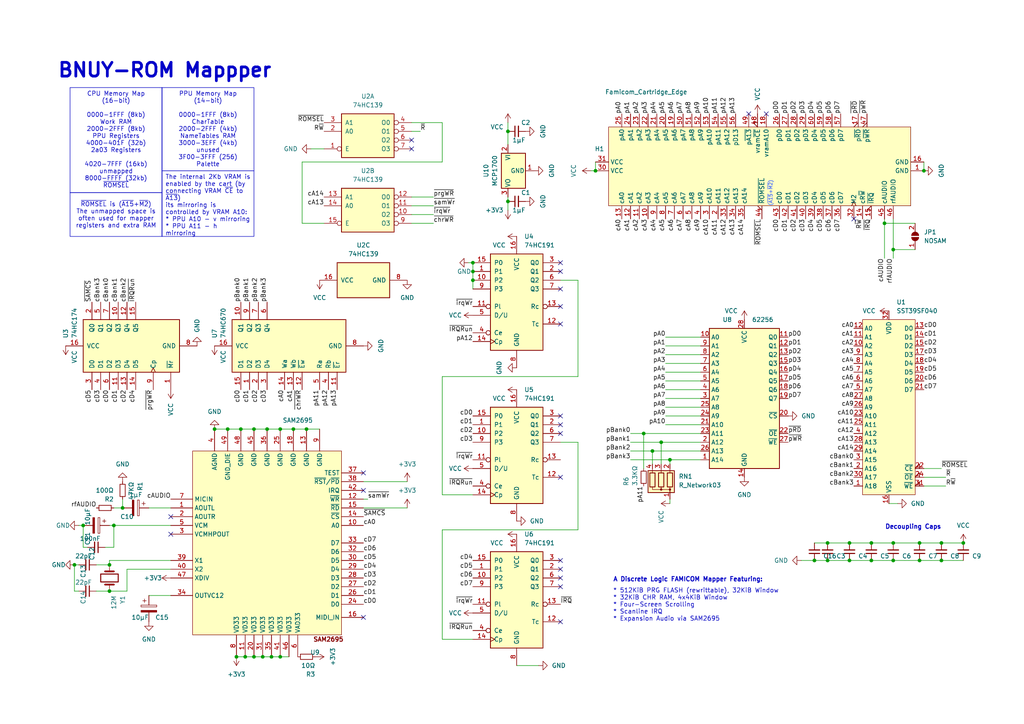
<source format=kicad_sch>
(kicad_sch (version 20230121) (generator eeschema)
  (paper "A4")
  (title_block (title "BNUY-ROM Board") (date "2024-03-04") (rev "v0a"))
  (junction (at 273.05 157.48))
  (junction (at 31.75 163.83))
  (junction (at 259.08 157.48))
  (junction (at 76.2 190.5))
  (junction (at 137.16 78.74))
  (junction (at 35.56 147.32))
  (junction (at 259.08 72.39))
  (junction (at 273.05 162.56))
  (junction (at 267.97 49.53))
  (junction (at 279.4 157.48))
  (junction (at 240.03 162.56))
  (junction (at 189.23 130.81))
  (junction (at 137.16 81.28))
  (junction (at 172.72 49.53))
  (junction (at 81.28 124.46))
  (junction (at 68.58 190.5))
  (junction (at 236.22 162.56))
  (junction (at 71.12 190.5))
  (junction (at 194.31 133.35))
  (junction (at 256.54 64.77))
  (junction (at 21.59 163.83))
  (junction (at 246.38 157.48))
  (junction (at 69.85 124.46))
  (junction (at 81.28 190.5))
  (junction (at 147.32 38.1))
  (junction (at 24.13 152.4))
  (junction (at 73.66 124.46))
  (junction (at 147.32 58.42))
  (junction (at 252.73 157.48))
  (junction (at 240.03 157.48))
  (junction (at 191.77 128.27))
  (junction (at 78.74 190.5))
  (junction (at 246.38 162.56))
  (junction (at 33.02 152.4))
  (junction (at 186.69 125.73))
  (junction (at 252.73 162.56))
  (junction (at 259.08 162.56))
  (junction (at 62.23 124.46))
  (junction (at 85.09 124.46))
  (junction (at 266.7 162.56))
  (junction (at 66.04 124.46))
  (junction (at 88.9 124.46))
  (junction (at 31.75 171.45))
  (junction (at 266.7 157.48))
  (junction (at 73.66 190.5))
  (junction (at 77.47 124.46))
  (junction (at 137.16 76.2))
  (no_connect (at 162.56 162.56))
  (no_connect (at 247.65 63.5))
  (no_connect (at 162.56 88.9))
  (no_connect (at 162.56 78.74))
  (no_connect (at 217.17 33.02))
  (no_connect (at 49.53 154.94))
  (no_connect (at 105.41 137.16))
  (no_connect (at 162.56 93.98))
  (no_connect (at 162.56 167.64))
  (no_connect (at 162.56 125.73))
  (no_connect (at 162.56 83.82))
  (no_connect (at 49.53 149.86))
  (no_connect (at 119.38 40.64))
  (no_connect (at 162.56 76.2))
  (no_connect (at 162.56 123.19))
  (no_connect (at 162.56 138.43))
  (no_connect (at 105.41 142.24))
  (no_connect (at 162.56 120.65))
  (no_connect (at 222.25 33.02))
  (no_connect (at 105.41 179.07))
  (no_connect (at 162.56 170.18))
  (no_connect (at 162.56 180.34))
  (no_connect (at 162.56 165.1))
  (no_connect (at 119.38 43.18))
  (wire (pts (xy 260.35 146.05) (xy 257.81 146.05)))
  (wire (pts (xy 259.08 72.39) (xy 265.43 72.39)))
  (wire (pts (xy 137.16 76.2) (xy 137.16 78.74)))
  (wire (pts (xy 73.66 190.5) (xy 76.2 190.5)))
  (wire (pts (xy 191.77 128.27) (xy 203.2 128.27)))
  (wire (pts (xy 182.88 125.73) (xy 186.69 125.73)))
  (wire (pts (xy 33.02 147.32) (xy 35.56 147.32)))
  (wire (pts (xy 194.31 133.35) (xy 194.31 134.62)))
  (wire (pts (xy 191.77 128.27) (xy 191.77 134.62)))
  (wire (pts (xy 118.11 139.7) (xy 105.41 139.7)))
  (wire (pts (xy 236.22 162.56) (xy 240.03 162.56)))
  (wire (pts (xy 69.85 124.46) (xy 73.66 124.46)))
  (wire (pts (xy 147.32 58.42) (xy 147.32 57.15)))
  (wire (pts (xy 162.56 128.27) (xy 167.64 128.27)))
  (wire (pts (xy 171.45 49.53) (xy 172.72 49.53)))
  (wire (pts (xy 125.73 57.15) (xy 119.38 57.15)))
  (wire (pts (xy 182.88 128.27) (xy 191.77 128.27)))
  (wire (pts (xy 273.05 135.89) (xy 267.97 135.89)))
  (wire (pts (xy 27.94 171.45) (xy 31.75 171.45)))
  (wire (pts (xy 252.73 162.56) (xy 259.08 162.56)))
  (wire (pts (xy 167.64 109.22) (xy 167.64 81.28)))
  (wire (pts (xy 193.04 113.03) (xy 203.2 113.03)))
  (wire (pts (xy 22.86 152.4) (xy 24.13 152.4)))
  (wire (pts (xy 167.64 81.28) (xy 162.56 81.28)))
  (wire (pts (xy 236.22 157.48) (xy 240.03 157.48)))
  (wire (pts (xy 273.05 162.56) (xy 279.4 162.56)))
  (wire (pts (xy 193.04 97.79) (xy 203.2 97.79)))
  (wire (pts (xy 259.08 157.48) (xy 266.7 157.48)))
  (wire (pts (xy 21.59 171.45) (xy 22.86 171.45)))
  (wire (pts (xy 246.38 157.48) (xy 252.73 157.48)))
  (wire (pts (xy 147.32 60.96) (xy 147.32 58.42)))
  (wire (pts (xy 267.97 140.97) (xy 274.32 140.97)))
  (wire (pts (xy 31.75 152.4) (xy 33.02 152.4)))
  (wire (pts (xy 128.27 35.56) (xy 119.38 35.56)))
  (wire (pts (xy 25.4 158.75) (xy 24.13 158.75)))
  (wire (pts (xy 194.31 133.35) (xy 203.2 133.35)))
  (wire (pts (xy 128.27 153.67) (xy 128.27 185.42)))
  (wire (pts (xy 128.27 185.42) (xy 137.16 185.42)))
  (wire (pts (xy 30.48 158.75) (xy 33.02 158.75)))
  (wire (pts (xy 193.04 110.49) (xy 203.2 110.49)))
  (wire (pts (xy 90.17 43.18) (xy 93.98 43.18)))
  (wire (pts (xy 240.03 162.56) (xy 246.38 162.56)))
  (wire (pts (xy 125.73 62.23) (xy 119.38 62.23)))
  (wire (pts (xy 266.7 157.48) (xy 273.05 157.48)))
  (wire (pts (xy 81.28 124.46) (xy 85.09 124.46)))
  (wire (pts (xy 167.64 128.27) (xy 167.64 153.67)))
  (wire (pts (xy 147.32 38.1) (xy 147.32 41.91)))
  (wire (pts (xy 193.04 123.19) (xy 203.2 123.19)))
  (wire (pts (xy 265.43 64.77) (xy 256.54 64.77)))
  (wire (pts (xy 118.11 147.32) (xy 105.41 147.32)))
  (wire (pts (xy 73.66 124.46) (xy 77.47 124.46)))
  (wire (pts (xy 77.47 124.46) (xy 81.28 124.46)))
  (wire (pts (xy 137.16 143.51) (xy 128.27 143.51)))
  (wire (pts (xy 256.54 64.77) (xy 256.54 74.93)))
  (wire (pts (xy 31.75 162.56) (xy 49.53 162.56)))
  (wire (pts (xy 66.04 124.46) (xy 69.85 124.46)))
  (wire (pts (xy 35.56 144.78) (xy 35.56 147.32)))
  (wire (pts (xy 193.04 102.87) (xy 203.2 102.87)))
  (wire (pts (xy 125.73 59.69) (xy 119.38 59.69)))
  (wire (pts (xy 182.88 133.35) (xy 194.31 133.35)))
  (wire (pts (xy 62.23 124.46) (xy 66.04 124.46)))
  (wire (pts (xy 24.13 152.4) (xy 24.13 158.75)))
  (wire (pts (xy 81.28 190.5) (xy 83.82 190.5)))
  (wire (pts (xy 87.63 64.77) (xy 93.98 64.77)))
  (wire (pts (xy 128.27 143.51) (xy 128.27 109.22)))
  (wire (pts (xy 49.53 165.1) (xy 36.83 165.1)))
  (wire (pts (xy 252.73 157.48) (xy 259.08 157.48)))
  (wire (pts (xy 85.09 124.46) (xy 88.9 124.46)))
  (wire (pts (xy 274.32 138.43) (xy 267.97 138.43)))
  (wire (pts (xy 240.03 157.48) (xy 246.38 157.48)))
  (wire (pts (xy 259.08 72.39) (xy 259.08 63.5)))
  (wire (pts (xy 87.63 64.77) (xy 87.63 46.99)))
  (wire (pts (xy 267.97 49.53) (xy 267.97 46.99)))
  (wire (pts (xy 87.63 46.99) (xy 128.27 46.99)))
  (wire (pts (xy 128.27 46.99) (xy 128.27 35.56)))
  (wire (pts (xy 36.83 171.45) (xy 31.75 171.45)))
  (wire (pts (xy 33.02 152.4) (xy 33.02 158.75)))
  (wire (pts (xy 232.41 162.56) (xy 236.22 162.56)))
  (wire (pts (xy 193.04 105.41) (xy 203.2 105.41)))
  (wire (pts (xy 259.08 74.93) (xy 259.08 72.39)))
  (wire (pts (xy 71.12 190.5) (xy 73.66 190.5)))
  (wire (pts (xy 189.23 130.81) (xy 203.2 130.81)))
  (wire (pts (xy 193.04 115.57) (xy 203.2 115.57)))
  (wire (pts (xy 68.58 190.5) (xy 71.12 190.5)))
  (wire (pts (xy 193.04 118.11) (xy 203.2 118.11)))
  (wire (pts (xy 137.16 81.28) (xy 137.16 83.82)))
  (wire (pts (xy 106.68 144.78) (xy 105.41 144.78)))
  (wire (pts (xy 43.18 172.72) (xy 49.53 172.72)))
  (wire (pts (xy 189.23 130.81) (xy 189.23 134.62)))
  (wire (pts (xy 193.04 107.95) (xy 203.2 107.95)))
  (wire (pts (xy 186.69 125.73) (xy 203.2 125.73)))
  (wire (pts (xy 186.69 125.73) (xy 186.69 135.89)))
  (wire (pts (xy 76.2 190.5) (xy 78.74 190.5)))
  (wire (pts (xy 137.16 78.74) (xy 137.16 81.28)))
  (wire (pts (xy 149.86 193.04) (xy 156.21 193.04)))
  (wire (pts (xy 147.32 35.56) (xy 147.32 38.1)))
  (wire (pts (xy 182.88 130.81) (xy 189.23 130.81)))
  (wire (pts (xy 167.64 153.67) (xy 128.27 153.67)))
  (wire (pts (xy 121.92 38.1) (xy 119.38 38.1)))
  (wire (pts (xy 27.94 163.83) (xy 31.75 163.83)))
  (wire (pts (xy 193.04 120.65) (xy 203.2 120.65)))
  (wire (pts (xy 21.59 163.83) (xy 21.59 171.45)))
  (wire (pts (xy 193.04 100.33) (xy 203.2 100.33)))
  (wire (pts (xy 135.89 76.2) (xy 137.16 76.2)))
  (wire (pts (xy 259.08 162.56) (xy 266.7 162.56)))
  (wire (pts (xy 172.72 49.53) (xy 172.72 46.99)))
  (wire (pts (xy 43.18 147.32) (xy 49.53 147.32)))
  (wire (pts (xy 266.7 162.56) (xy 273.05 162.56)))
  (wire (pts (xy 194.31 146.05) (xy 194.31 144.78)))
  (wire (pts (xy 36.83 165.1) (xy 36.83 171.45)))
  (wire (pts (xy 273.05 157.48) (xy 279.4 157.48)))
  (wire (pts (xy 125.73 64.77) (xy 119.38 64.77)))
  (wire (pts (xy 21.59 163.83) (xy 22.86 163.83)))
  (wire (pts (xy 246.38 162.56) (xy 252.73 162.56)))
  (wire (pts (xy 128.27 109.22) (xy 167.64 109.22)))
  (wire (pts (xy 88.9 124.46) (xy 92.71 124.46)))
  (wire (pts (xy 256.54 63.5) (xy 256.54 64.77)))
  (wire (pts (xy 78.74 190.5) (xy 81.28 190.5)))
  (wire (pts (xy 33.02 152.4) (xy 49.53 152.4)))
  (wire (pts (xy 31.75 162.56) (xy 31.75 163.83)))
  (text_box "PPU Memory Map (14-bit)\n\n0000-1FFF (8kb) CharTable\n2000-2FFF (4kb) NameTables RAM\n3000-3EFF (4kb)  unused\n3F00-3FFF (256)  Palette" (at 46.99 25.4 0) (size 26.67 24.13) (effects (font (size 1.27 1.27)) (justify top)))
  (text_box "CPU Memory Map (16-bit)\n\n0000-1FFF (8kb)\nWork RAM\n2000-2FFF (8kb)\nPPU Registers\n4000-401F (32b) \n2a03 Registers\n\n4020-7FFF (16kb) \nunmapped\n8000-FFFF (32kb) \n~{ROMSEL}" (at 20.32 25.4 0) (size 26.67 30.48) (effects (font (size 1.27 1.27)) (justify top)))
  (text_box "~{ROMSEL} is (~{A15}+~{M2})\nThe unmapped space is often used for mapper registers and extra RAM" (at 20.32 55.88 0) (size 26.67 12.7) (effects (font (size 1.27 1.27))))
  (text_box "The internal 2Kb VRAM is enabled by the cart (by connecting VRAM ~{CE} to ~{A13})\nits mirroring is controlled by VRAM A10: \n* PPU A10 - v mirroring\n* PPU A11 - h mirroring" (at 46.99 49.53 0) (size 26.67 19.05) (effects (font (size 1.27 1.27)) (justify left top)))
  (text "BNUY-ROM Mappper\n" (at 16.51 22.86 0) (effects (font (size 4 4) (thickness 0.8) bold) (justify left bottom)))
  (text "* 512KiB PRG FLASH (rewrittable), 32KiB Window\n* 32KiB CHR RAM, 4x4KiB Window\n* Four-Screen Scrolling\n* Scanline IRQ\n* Expansion Audio via SAM2695" (at 177.8 180.34 0) (effects (font (size 1.27 1.27)) (justify left bottom)))
  (text "A Discrete Logic FAMICOM Mapper Featuring:\n" (at 177.8 168.91 0) (effects (font (size 1.27 1.27) (thickness 0.254) bold) (justify left bottom)))
  (text "Decoupling Caps" (at 273.05 153.67 0) (effects (font (size 1.27 1.27) (thickness 0.254) bold) (justify right bottom)))
  (label "cD1" (at 267.97 97.79 0))
  (label "cD0" (at 267.97 95.25 0))
  (label "pD3" (at 228.6 105.41 0))
  (label "cBank3" (at 247.65 140.97 180))
  (label "cA0" (at 82.55 113.03 270))
  (label "cD1" (at 72.39 113.03 270))
  (label "~{chrWR}" (at 87.63 113.03 270))
  (label "cD6" (at 137.16 167.64 180))
  (label "cBank2" (at 36.83 87.63 90))
  (label "cD6" (at 267.97 110.49 0))
  (label "pBank1" (at 72.39 87.63 90))
  (label "cA7" (at 198.12 63.5 270))
  (label "cD7" (at 105.41 157.48 0))
  (label "pD0" (at 226.06 33.02 90))
  (label "~{irqWr}" (at 125.73 62.23 0))
  (label "cBank0" (at 31.75 87.63 90))
  (label "cD2" (at 36.83 113.03 270))
  (label "pD5" (at 228.6 110.49 0))
  (label "cA14" (at 93.98 57.15 180))
  (label "cD3" (at 137.16 128.27 180))
  (label "~{ROMSEL}" (at 220.98 63.5 270))
  (label "~{irqWr}" (at 137.16 175.26 180))
  (label "cA12" (at 247.65 125.73 180))
  (label "cBank1" (at 247.65 135.89 180))
  (label "cD4" (at 137.16 162.56 180))
  (label "pA8" (at 200.66 33.02 90))
  (label "cA1" (at 247.65 97.79 180))
  (label "pA7" (at 198.12 33.02 90))
  (label "~{chrWR}" (at 125.73 64.77 0))
  (label "pBank0" (at 182.88 125.73 180))
  (label "cA8" (at 200.66 63.5 270))
  (label "cD7" (at 137.16 170.18 180))
  (label "cD5" (at 137.16 165.1 180))
  (label "cD1" (at 137.16 123.19 180))
  (label "pA1" (at 182.88 33.02 90))
  (label "pBank3" (at 77.47 87.63 90))
  (label "cD3" (at 105.41 167.64 0))
  (label "~{pRD}" (at 248.92 33.02 90))
  (label "cD5" (at 238.76 63.5 270))
  (label "cA10" (at 205.74 63.5 270))
  (label "cD0" (at 31.75 113.03 270))
  (label "~{ROMSEL}" (at 93.98 35.56 180))
  (label "pA9" (at 203.2 33.02 90))
  (label "cAUDIO" (at 49.53 144.78 180))
  (label "~{prgWR}" (at 125.73 57.15 0))
  (label "~{R}" (at 121.92 38.1 0))
  (label "cA2" (at 185.42 63.5 270))
  (label "cAUDIO" (at 256.54 74.93 270))
  (label "pA1" (at 193.04 100.33 180))
  (label "pD7" (at 228.6 115.57 0))
  (label "cBank3" (at 29.21 87.63 90))
  (label "cD0" (at 137.16 120.65 180))
  (label "pA11" (at 186.69 140.97 270))
  (label "cA3" (at 187.96 63.5 270))
  (label "pA2" (at 193.04 102.87 180))
  (label "cD3" (at 29.21 113.03 270))
  (label "~{pWR}" (at 228.6 128.27 0))
  (label "cD1" (at 228.6 63.5 270))
  (label "pBank3" (at 182.88 133.35 180))
  (label "~{samWr}" (at 106.68 144.78 0))
  (label "cBank0" (at 247.65 133.35 180))
  (label "cA0" (at 180.34 63.5 270))
  (label "~{IRQ}" (at 252.73 63.5 270))
  (label "cA5" (at 193.04 63.5 270))
  (label "cD5" (at 267.97 107.95 0))
  (label "~{pRD}" (at 228.6 125.73 0))
  (label "pD1" (at 228.6 33.02 90))
  (label "cD6" (at 241.3 63.5 270))
  (label "cD2" (at 267.97 100.33 0))
  (label "cA14" (at 215.9 63.5 270))
  (label "cA10" (at 247.65 120.65 180))
  (label "pA3" (at 193.04 105.41 180))
  (label "~{SAMCS}" (at 26.67 87.63 90))
  (label "cD5" (at 105.41 162.56 0))
  (label "cA0" (at 247.65 95.25 180))
  (label "cA6" (at 247.65 110.49 180))
  (label "~{SAMCS}" (at 105.41 149.86 0))
  (label "~{pWR}" (at 251.46 33.02 90))
  (label "pA12" (at 95.25 113.03 270))
  (label "pA4" (at 193.04 107.95 180))
  (label "cD1" (at 34.29 113.03 270))
  (label "pD6" (at 241.3 33.02 90))
  (label "pA10" (at 205.74 33.02 90))
  (label "cA3" (at 247.65 102.87 180))
  (label "R~{W}" (at 274.32 140.97 0))
  (label "cA7" (at 247.65 113.03 180))
  (label "pA5" (at 193.04 33.02 90))
  (label "cA8" (at 247.65 115.57 180))
  (label "cA1" (at 85.09 113.03 270))
  (label "~{ROMSEL}" (at 273.05 135.89 0))
  (label "cD3" (at 233.68 63.5 270))
  (label "cD0" (at 105.41 175.26 0))
  (label "pD0" (at 228.6 97.79 0))
  (label "cD3" (at 267.97 102.87 0))
  (label "cA2" (at 247.65 100.33 180))
  (label "pBank0" (at 69.85 87.63 90))
  (label "cD1" (at 105.41 172.72 0))
  (label "cD4" (at 267.97 105.41 0))
  (label "cA11" (at 247.65 123.19 180))
  (label "pBank1" (at 182.88 128.27 180))
  (label "cD3" (at 77.47 113.03 270))
  (label "~{irqWr}" (at 137.16 88.9 180))
  (label "pBank2" (at 182.88 130.81 180))
  (label "pA2" (at 185.42 33.02 90))
  (label "pD4" (at 228.6 107.95 0))
  (label "pA0" (at 180.34 33.02 90))
  (label "cD5" (at 26.67 113.03 270))
  (label "pA10" (at 193.04 123.19 180))
  (label "~{samWr}" (at 125.73 59.69 0))
  (label "pA4" (at 190.5 33.02 90))
  (label "pA7" (at 193.04 115.57 180))
  (label "R~{W}" (at 250.19 63.5 270))
  (label "pA9" (at 193.04 120.65 180))
  (label "cA12" (at 210.82 63.5 270))
  (label "pD5" (at 238.76 33.02 90))
  (label "~{prgWR}" (at 44.45 113.03 270))
  (label "cD6" (at 105.41 160.02 0))
  (label "pA13" (at 97.79 113.03 270))
  (label "pD2" (at 228.6 102.87 0))
  (label "cD2" (at 137.16 125.73 180))
  (label "pA0" (at 193.04 97.79 180))
  (label "pA12" (at 210.82 33.02 90))
  (label "pA3" (at 187.96 33.02 90))
  (label "cD0" (at 226.06 63.5 270))
  (label "rfAUDIO" (at 259.08 74.93 270))
  (label "~{IRQRun}" (at 137.16 140.97 180))
  (label "pA5" (at 193.04 110.49 180))
  (label "pA11" (at 208.28 33.02 90))
  (label "rfAUDIO" (at 27.94 147.32 180))
  (label "cA13" (at 247.65 128.27 180))
  (label "cD4" (at 105.41 165.1 0))
  (label "cA4" (at 190.5 63.5 270))
  (label "cD7" (at 267.97 113.03 0))
  (label "cD2" (at 231.14 63.5 270))
  (label "pD3" (at 233.68 33.02 90))
  (label "cD4" (at 236.22 63.5 270))
  (label "pBank2" (at 74.93 87.63 90))
  (label "cD4" (at 39.37 113.03 270))
  (label "cD2" (at 105.41 170.18 0))
  (label "pD7" (at 243.84 33.02 90))
  (label "cA1" (at 182.88 63.5 270))
  (label "pD4" (at 236.22 33.02 90))
  (label "cA6" (at 195.58 63.5 270))
  (label "cA14" (at 247.65 130.81 180))
  (label "cD2" (at 74.93 113.03 270))
  (label "cD0" (at 69.85 113.03 270))
  (label "~{IRQRun}" (at 137.16 96.52 180))
  (label "cA5" (at 247.65 107.95 180))
  (label "~{R}" (at 274.32 138.43 0))
  (label "cBank2" (at 247.65 138.43 180))
  (label "pA8" (at 193.04 118.11 180))
  (label "cA0" (at 105.41 152.4 0))
  (label "cBank1" (at 34.29 87.63 90))
  (label "pA11" (at 92.71 113.03 270))
  (label "pA6" (at 193.04 113.03 180))
  (label "~{IRQRun}" (at 137.16 182.88 180))
  (label "R~{W}" (at 93.98 38.1 180))
  (label "pA12" (at 137.16 99.06 180))
  (label "pD6" (at 228.6 113.03 0))
  (label "cA11" (at 208.28 63.5 270))
  (label "~{IRQ}" (at 162.56 175.26 0))
  (label "cD7" (at 243.84 63.5 270))
  (label "~{irqWr}" (at 137.16 133.35 180))
  (label "pA13" (at 213.36 33.02 90))
  (label "cA9" (at 247.65 118.11 180))
  (label "cA13" (at 93.98 59.69 180))
  (label "~{IRQRun}" (at 39.37 87.63 90))
  (label "pA6" (at 195.58 33.02 90))
  (label "cA4" (at 247.65 105.41 180))
  (label "cA9" (at 203.2 63.5 270))
  (label "pD1" (at 228.6 100.33 0))
  (label "cA13" (at 213.36 63.5 270))
  (label "pD2" (at 231.14 33.02 90))
  (symbol (lib_id "power:+3V3") (at 118.11 139.7 0) (unit 1)
    (property "Reference" "#PWR028" (effects hide))
    (property "Value" "+3V3" (at 118.11 134.62 0))
  )
  (symbol (lib_id "Device:C_Small") (at 273.05 160.02 0) (mirror x) (unit 1)
    (property "Reference" "C8" (at 275.59 161.2837 0) (effects (justify left)))
    (property "Value" "C_Small" (effects hide))
    (property "Footprint" "Capacitor_SMD:C_1206_3216Metric_Pad1.33x1.80mm_HandSolder" (effects hide))
  )
  (symbol (lib_id "74xx:74LS139") (at 106.68 59.69 0) (unit 2)
    (property "Reference" "U2" (at 106.68 49.53 0))
    (property "Value" "74HC139" (at 106.68 52.07 0))
    (property "Footprint" "PCM_Package_DIP_AKL:DIP-16_W7.62mm_LongPads" (effects hide))
    (property "Datasheet" "http://www.ti.com/lit/ds/symlink/sn74ls139a.pdf" (effects hide))
  )
  (symbol (lib_id "power:GND") (at 149.86 151.13 90) (unit 1)
    (property "Reference" "#PWR017" (effects hide))
    (property "Value" "GND" (at 153.67 151.13 90) (effects (justify right)))
  )
  (symbol (lib_id "power:VCC") (at 149.86 68.58 90) (unit 1)
    (property "Reference" "#PWR021" (effects hide))
    (property "Value" "VCC" (at 144.78 71.12 90))
  )
  (symbol (lib_id "Device:R_Small") (at 30.48 147.32 90) (unit 1)
    (property "Reference" "R2" (at 33.02 144.78 90) (effects (justify left)))
    (property "Value" "100Ω" (at 33.02 142.24 90) (effects (justify left)))
    (property "Footprint" "PCM_Resistor_THT_AKL:R_Axial_DIN0204_L3.6mm_D1.6mm_P2.54mm_Vertical" (effects hide))
  )
  (symbol (lib_id "Device:C_Small") (at 25.4 163.83 270) (unit 1)
    (property "Reference" "C13" (at 24.13 167.64 0) (effects (justify right)))
    (property "Value" "22pF" (at 26.67 161.29 90) (effects (justify right)))
    (property "Footprint" "Capacitor_THT:C_Disc_D3.0mm_W1.6mm_P2.50mm" (effects hide))
  )
  (symbol (lib_id "Device:R_Network03") (at 191.77 139.7 180) (unit 1)
    (property "Reference" "RN1" (at 196.85 138.176 0) (effects (justify right)))
    (property "Value" "R_Network03" (at 196.85 140.716 0) (effects (justify right)))
    (property "Footprint" "Resistor_THT:R_Array_SIP4" (effects hide))
    (property "Datasheet" "http://www.vishay.com/docs/31509/csc.pdf" (effects hide))
  )
  (symbol (lib_id "power:+3V3") (at 91.44 190.5 270) (unit 1)
    (property "Reference" "#PWR035" (effects hide))
    (property "Value" "+3V3" (at 96.52 190.5 0))
  )
  (symbol (lib_id "power:VCC") (at 137.16 177.8 90) (unit 1)
    (property "Reference" "#PWR08" (effects hide))
    (property "Value" "VCC" (at 132.08 177.8 90))
  )
  (symbol (lib_id "power:GND") (at 22.86 152.4 270) (unit 1)
    (property "Reference" "#PWR033" (effects hide))
    (property "Value" "GND" (at 20.32 152.4 90) (effects (justify right)))
  )
  (symbol (lib_id "power:VCC") (at 149.86 113.03 90) (unit 1)
    (property "Reference" "#PWR011" (effects hide))
    (property "Value" "VCC" (at 144.78 115.57 90))
  )
  (symbol (lib_id "power:GND") (at 152.4 38.1 90) (unit 1)
    (property "Reference" "#PWR043" (effects hide))
    (property "Value" "GND" (at 157.48 38.1 0))
  )
  (symbol (lib_id "power:GND") (at 21.59 163.83 270) (unit 1)
    (property "Reference" "#PWR036" (effects hide))
    (property "Value" "GND" (at 19.05 163.83 90) (effects (justify right)))
  )
  (symbol (lib_id "Device:C_Polarized") (at 39.37 147.32 270) (unit 1)
    (property "Reference" "C10" (at 36.83 149.86 90))
    (property "Value" "1µF" (at 39.37 143.51 90))
    (property "Footprint" "Capacitor_THT:CP_Radial_D4.0mm_P1.50mm" (effects hide))
  )
  (symbol (lib_id "Device:C_Small") (at 240.03 160.02 0) (mirror x) (unit 1)
    (property "Reference" "C3" (at 242.57 161.2837 0) (effects (justify left)))
    (property "Value" "C_Small" (effects hide))
    (property "Footprint" "Capacitor_SMD:C_1206_3216Metric_Pad1.33x1.80mm_HandSolder" (effects hide))
  )
  (symbol (lib_id "power:GND") (at 118.11 81.28 0) (unit 1)
    (property "Reference" "#PWR03" (effects hide))
    (property "Value" "GND" (at 118.11 86.36 0))
  )
  (symbol (lib_id "power:GND") (at 215.9 138.43 0) (unit 1)
    (property "Reference" "#PWR018" (effects hide))
    (property "Value" "GND" (at 215.9 143.51 0))
  )
  (symbol (lib_id "Device:C_Small") (at 266.7 160.02 0) (mirror x) (unit 1)
    (property "Reference" "C7" (at 269.24 161.2837 0) (effects (justify left)))
    (property "Value" "C_Small" (effects hide))
    (property "Footprint" "Capacitor_SMD:C_1206_3216Metric_Pad1.33x1.80mm_HandSolder" (effects hide))
  )
  (symbol (lib_id "power:VCC") (at 19.05 100.33 180) (unit 1)
    (property "Reference" "#PWR07" (effects hide))
    (property "Value" "VCC" (at 21.59 101.6 90) (effects (justify left)))
  )
  (symbol (lib_id "power:VCC") (at 49.53 113.03 180) (unit 1)
    (property "Reference" "#PWR013" (effects hide))
    (property "Value" "VCC" (at 49.53 116.84 90) (effects (justify left)))
  )
  (symbol (lib_id "power:GND") (at 135.89 76.2 270) (unit 1)
    (property "Reference" "#PWR023" (effects hide))
    (property "Value" "GND" (at 134.62 78.74 90))
  )
  (symbol (lib_id "74xx:74LS174") (at 36.83 100.33 90) (unit 1)
    (property "Reference" "U3" (at 19.05 98.1359 0) (effects (justify left)))
    (property "Value" "74HC174" (at 21.59 98.1359 0) (effects (justify left)))
    (property "Footprint" "PCM_Package_DIP_AKL:DIP-16_W7.62mm_LongPads" (effects hide))
    (property "Datasheet" "http://www.ti.com/lit/gpn/sn74LS174" (effects hide))
  )
  (symbol (lib_id "power:+3V3") (at 118.11 147.32 0) (unit 1)
    (property "Reference" "#PWR024" (effects hide))
    (property "Value" "+3V3" (at 118.11 142.24 0))
  )
  (symbol (lib_id "power:+3V3") (at 49.53 167.64 90) (unit 1)
    (property "Reference" "#PWR031" (effects hide))
    (property "Value" "+3V3" (at 46.99 167.64 90) (effects (justify left)))
  )
  (symbol (lib_id "power:VCC") (at 194.31 146.05 90) (unit 1)
    (property "Reference" "#PWR027" (effects hide))
    (property "Value" "VCC" (at 191.77 149.86 0))
  )
  (symbol (lib_id "Device:C_Small") (at 279.4 160.02 0) (mirror x) (unit 1)
    (property "Reference" "C9" (at 281.94 161.2837 0) (effects (justify left)))
    (property "Value" "C_Small" (effects hide))
    (property "Footprint" "Capacitor_SMD:C_1206_3216Metric_Pad1.33x1.80mm_HandSolder" (effects hide))
  )
  (symbol (lib_id "Device:C_Polarized") (at 27.94 152.4 270) (unit 1)
    (property "Reference" "C11" (at 25.4 156.21 0))
    (property "Value" "10µF" (at 25.4 149.86 0))
    (property "Footprint" "Capacitor_THT:CP_Radial_D4.0mm_P1.50mm" (effects hide))
  )
  (symbol (lib_id "power:GND") (at 90.17 43.18 270) (unit 1)
    (property "Reference" "#PWR04" (effects hide))
    (property "Value" "GND" (at 86.36 43.18 90) (effects (justify right)))
  )
  (symbol (lib_id "power:+3V3") (at 68.58 190.5 180) (unit 1)
    (property "Reference" "#PWR030" (effects hide))
    (property "Value" "+3V3" (at 68.58 195.58 0))
  )
  (symbol (lib_id "Famicom:Famicom_Cartridge_Edge") (at 267.97 64.77 90) (unit 1)
    (property "Reference" "H1" (at 175.26 43.18 90) (effects (justify left)))
    (property "Value" "Famicom_Cartridge_Edge" (at 199.39 26.67 90) (effects (justify left)))
    (property "Footprint" "famicom:Famicom Cartridge Edge Connector (long legs)" (effects hide))
  )
  (symbol (lib_id "power:VCC") (at 62.23 100.33 180) (unit 1)
    (property "Reference" "#PWR010" (effects hide))
    (property "Value" "VCC" (at 64.77 105.41 90) (effects (justify right)))
  )
  (symbol (lib_id "Device:C_Small") (at 252.73 160.02 0) (mirror x) (unit 1)
    (property "Reference" "C5" (at 255.27 161.2837 0) (effects (justify left)))
    (property "Value" "C_Small" (effects hide))
    (property "Footprint" "Capacitor_SMD:C_1206_3216Metric_Pad1.33x1.80mm_HandSolder" (effects hide))
  )
  (symbol (lib_id "power:VCC") (at 92.71 81.28 180) (unit 1)
    (property "Reference" "#PWR05" (effects hide))
    (property "Value" "VCC" (at 92.71 86.36 0))
  )
  (symbol (lib_id "power:VCC") (at 147.32 35.56 0) (unit 1)
    (property "Reference" "#PWR041" (effects hide))
    (property "Value" "VCC" (at 142.24 36.83 0) (effects (justify left)))
  )
  (symbol (lib_id "Device:C_Small") (at 236.22 160.02 0) (mirror x) (unit 1)
    (property "Reference" "C16" (at 238.76 161.2837 0) (effects (justify left)))
    (property "Value" "C_Small" (effects hide))
    (property "Footprint" "Capacitor_SMD:C_1206_3216Metric_Pad1.33x1.80mm_HandSolder" (effects hide))
  )
  (symbol (lib_id "power:VCC") (at 279.4 157.48 0) (mirror y) (unit 1)
    (property "Reference" "#PWR040" (effects hide))
    (property "Value" "VCC" (at 279.4 152.4 0))
  )
  (symbol (lib_id "Memory_RAM:CY62256-70PC") (at 215.9 115.57 0) (unit 1)
    (property "Reference" "U8" (at 209.55 92.71 0) (effects (justify left)))
    (property "Value" "62256" (at 218.0941 92.71 0) (effects (justify left)))
    (property "Footprint" "Package_DIP:DIP-28_W15.24mm_LongPads" (effects hide))
    (property "Datasheet" "https://ecee.colorado.edu/~mcclurel/Cypress_SRAM_CY62256.pdf" (effects hide))
  )
  (symbol (lib_id "power:VCC") (at 171.45 49.53 90) (unit 1)
    (property "Reference" "#PWR02" (effects hide))
    (property "Value" "VCC" (at 166.37 49.53 0))
  )
  (symbol (lib_id "power:GND") (at 267.97 49.53 90) (unit 1)
    (property "Reference" "#PWR01" (effects hide))
    (property "Value" "GND" (at 273.05 49.53 0))
  )
  (symbol (lib_id "Device:C_Small") (at 246.38 160.02 0) (mirror x) (unit 1)
    (property "Reference" "C4" (at 248.92 161.2837 0) (effects (justify left)))
    (property "Value" "C_Small" (effects hide))
    (property "Footprint" "Capacitor_SMD:C_1206_3216Metric_Pad1.33x1.80mm_HandSolder" (effects hide))
  )
  (symbol (lib_id "74xx:74LS191") (at 149.86 86.36 0) (unit 1)
    (property "Reference" "U4" (at 152.0541 68.58 0) (effects (justify left)))
    (property "Value" "74HC191" (at 152.0541 71.12 0) (effects (justify left)))
    (property "Footprint" "PCM_Package_DIP_AKL:DIP-16_W7.62mm_LongPads" (effects hide))
    (property "Datasheet" "http://www.ti.com/lit/gpn/sn74LS191" (effects hide))
  )
  (symbol (lib_id "power:GND") (at 35.56 139.7 180) (unit 1)
    (property "Reference" "#PWR037" (effects hide))
    (property "Value" "GND" (at 35.56 134.62 0))
  )
  (symbol (lib_id "power:GND") (at 232.41 162.56 270) (mirror x) (unit 1)
    (property "Reference" "#PWR039" (effects hide))
    (property "Value" "GND" (at 228.6 162.56 90) (effects (justify right)))
  )
  (symbol (lib_id "Device:C_Small") (at 149.86 58.42 90) (unit 1)
    (property "Reference" "C1" (at 151.13 55.88 90) (effects (justify right)))
    (property "Value" "1µF" (at 148.59 60.96 90) (effects (justify right)))
    (property "Footprint" "Capacitor_THT:C_Disc_D3.0mm_W1.6mm_P2.50mm" (effects hide))
  )
  (symbol (lib_id "power:GND") (at 149.86 106.68 270) (unit 1)
    (property "Reference" "#PWR020" (effects hide))
    (property "Value" "GND" (at 144.78 106.68 0))
  )
  (symbol (lib_id "74xx:74LS139") (at 105.41 81.28 90) (unit 3)
    (property "Reference" "U2" (at 105.41 71.12 90))
    (property "Value" "74HC139" (at 105.41 73.66 90))
    (property "Footprint" "PCM_Package_DIP_AKL:DIP-16_W7.62mm_LongPads" (effects hide))
    (property "Datasheet" "http://www.ti.com/lit/ds/symlink/sn74ls139a.pdf" (effects hide))
  )
  (symbol (lib_id "power:GND") (at 154.94 49.53 90) (unit 1)
    (property "Reference" "#PWR042" (effects hide))
    (property "Value" "GND" (at 160.02 49.53 0))
  )
  (symbol (lib_id "74xx:74LS191") (at 149.86 130.81 0) (unit 1)
    (property "Reference" "U5" (at 152.0541 113.03 0) (effects (justify left)))
    (property "Value" "74HC191" (at 152.0541 115.57 0) (effects (justify left)))
    (property "Footprint" "PCM_Package_DIP_AKL:DIP-16_W7.62mm_LongPads" (effects hide))
    (property "Datasheet" "http://www.ti.com/lit/gpn/sn74LS191" (effects hide))
  )
  (symbol (lib_id "power:VCC") (at 149.86 154.94 90) (unit 1)
    (property "Reference" "#PWR015" (effects hide))
    (property "Value" "VCC" (at 146.05 157.48 90) (effects (justify left)))
  )
  (symbol (lib_id "Device:R_Small") (at 186.69 138.43 0) (unit 1)
    (property "Reference" "R6" (at 181.61 140.97 90) (effects (justify left)))
    (property "Value" "3.3KΩ" (at 184.15 140.97 90) (effects (justify left)))
    (property "Footprint" "PCM_Resistor_THT_AKL:R_Axial_DIN0204_L3.6mm_D1.6mm_P2.54mm_Vertical" (effects hide))
  )
  (symbol (lib_id "Smal:SAM2695") (at 80.01 120.65 180) (unit 1)
    (property "Reference" "U9" (at 89.9861 189.23 0) (effects (justify right)))
    (property "Value" "SAM2695" (at 86.36 121.92 0))
    (property "Footprint" "Smal:QFN-48-1EP_6x6mm_P0.4mm_EP4.2x4.2mm_HAND" (effects hide))
  )
  (symbol (lib_id "power:VCC") (at 137.16 135.89 90) (unit 1)
    (property "Reference" "#PWR014" (effects hide))
    (property "Value" "VCC" (at 132.08 135.89 90))
  )
  (symbol (lib_id "Device:R_Small") (at 35.56 142.24 180) (unit 1)
    (property "Reference" "R1" (at 40.64 139.7 90) (effects (justify left)))
    (property "Value" "47KΩ" (at 38.1 139.7 90) (effects (justify left)))
    (property "Footprint" "PCM_Resistor_THT_AKL:R_Axial_DIN0204_L3.6mm_D1.6mm_P2.54mm_Vertical" (effects hide))
  )
  (symbol (lib_id "power:GND") (at 105.41 100.33 90) (unit 1)
    (property "Reference" "#PWR09" (effects hide))
    (property "Value" "GND" (at 110.49 100.33 0))
  )
  (symbol (lib_id "Memory_Lib:SST39SF040") (at 250.19 143.51 0) (unit 1)
    (property "Reference" "U1" (at 260.0041 87.63 0) (effects (justify left)))
    (property "Value" "SST39SF040" (at 260.0041 90.17 0) (effects (justify left)))
    (property "Footprint" "PCM_Package_DIP_AKL:DIP-32_W15.24mm_LongPads" (effects hide))
    (property "Datasheet" "https://ww1.microchip.com/downloads/aemDocuments/documents/OTH/ProductDocuments/DataSheets/20005022C.pdf" (effects hide))
  )
  (symbol (lib_id "Device:C_Polarized") (at 43.18 176.53 0) (unit 1)
    (property "Reference" "C15" (at 46.99 179.07 0))
    (property "Value" "10µF" (at 40.64 179.07 0))
    (property "Footprint" "Capacitor_THT:CP_Radial_D4.0mm_P1.50mm" (effects hide))
  )
  (symbol (lib_id "power:VCC") (at 137.16 91.44 90) (unit 1)
    (property "Reference" "#PWR022" (effects hide))
    (property "Value" "VCC" (at 132.08 91.44 90))
  )
  (symbol (lib_id "74xx:74LS670") (at 82.55 100.33 90) (unit 1)
    (property "Reference" "U7" (at 62.23 98.1359 0) (effects (justify left)))
    (property "Value" "74HC670" (at 64.77 98.1359 0) (effects (justify left)))
    (property "Footprint" "PCM_Package_DIP_AKL:DIP-16_W7.62mm_LongPads" (effects hide))
    (property "Datasheet" "http://www.ti.com/lit/gpn/sn74LS670" (effects hide))
  )
  (symbol (lib_id "power:VCC") (at 219.71 33.02 0) (unit 1)
    (property "Reference" "#PWR012" (effects hide))
    (property "Value" "VCC" (at 219.71 29.21 90) (effects (justify left)))
  )
  (symbol (lib_id "power:GND") (at 228.6 120.65 90) (unit 1)
    (property "Reference" "#PWR034" (effects hide))
    (property "Value" "GND" (at 232.41 120.65 90) (effects (justify right)))
  )
  (symbol (lib_id "power:GND") (at 260.35 146.05 90) (unit 1)
    (property "Reference" "#PWR026" (effects hide))
    (property "Value" "GND" (at 264.16 146.05 90) (effects (justify right)))
  )
  (symbol (lib_id "Device:Crystal") (at 31.75 167.64 90) (unit 1)
    (property "Reference" "Y1" (at 35.56 172.72 0) (effects (justify right)))
    (property "Value" "12M" (at 33.02 172.72 0) (effects (justify right)))
    (property "Footprint" "Crystal:Crystal_HC49-4H_Vertical" (effects hide))
  )
  (symbol (lib_id "Device:C_Small") (at 25.4 171.45 270) (unit 1)
    (property "Reference" "C14" (at 24.13 175.26 0) (effects (justify right)))
    (property "Value" "22pF" (at 26.67 168.91 90) (effects (justify right)))
    (property "Footprint" "Capacitor_THT:C_Disc_D3.0mm_W1.6mm_P2.50mm" (effects hide))
  )
  (symbol (lib_id "power:GND") (at 156.21 193.04 90) (unit 1)
    (property "Reference" "#PWR016" (effects hide))
    (property "Value" "GND" (at 160.02 193.04 90) (effects (justify right)))
  )
  (symbol (lib_id "74xx:74LS191") (at 149.86 172.72 0) (unit 1)
    (property "Reference" "U6" (at 152.0541 154.94 0) (effects (justify left)))
    (property "Value" "74HC191" (at 152.0541 157.48 0) (effects (justify left)))
    (property "Footprint" "PCM_Package_DIP_AKL:DIP-16_W7.62mm_LongPads" (effects hide))
    (property "Datasheet" "http://www.ti.com/lit/gpn/sn74LS191" (effects hide))
  )
  (symbol (lib_id "Device:C_Small") (at 259.08 160.02 0) (mirror x) (unit 1)
    (property "Reference" "C6" (at 261.62 161.2837 0) (effects (justify left)))
    (property "Value" "C_Small" (effects hide))
    (property "Footprint" "Capacitor_SMD:C_1206_3216Metric_Pad1.33x1.80mm_HandSolder" (effects hide))
  )
  (symbol (lib_id "power:GND") (at 152.4 58.42 90) (unit 1)
    (property "Reference" "#PWR044" (effects hide))
    (property "Value" "GND" (at 157.48 58.42 0))
  )
  (symbol (lib_id "Jumper:SolderJumper_2_Open") (at 265.43 68.58 90) (unit 1)
    (property "Reference" "JP1" (at 267.97 67.31 90) (effects (justify right)))
    (property "Value" "NOSAM" (at 267.97 69.85 90) (effects (justify right)))
    (property "Footprint" "Jumper:SolderJumper-2_P1.3mm_Open_RoundedPad1.0x1.5mm" (effects hide))
  )
  (symbol (lib_id "74xx:74LS139") (at 106.68 38.1 0) (unit 1)
    (property "Reference" "U2" (at 106.68 27.94 0))
    (property "Value" "74HC139" (at 106.68 30.48 0))
    (property "Footprint" "PCM_Package_DIP_AKL:DIP-16_W7.62mm_LongPads" (effects hide))
    (property "Datasheet" "http://www.ti.com/lit/ds/symlink/sn74ls139a.pdf" (effects hide))
  )
  (symbol (lib_id "Device:C_Small") (at 149.86 38.1 90) (unit 1)
    (property "Reference" "C2" (at 151.13 35.56 90) (effects (justify right)))
    (property "Value" "1µF" (at 148.59 40.64 90) (effects (justify right)))
    (property "Footprint" "Capacitor_THT:C_Disc_D3.0mm_W1.6mm_P2.50mm" (effects hide))
  )
  (symbol (lib_id "power:VCC") (at 215.9 92.71 0) (unit 1)
    (property "Reference" "#PWR019" (effects hide))
    (property "Value" "VCC" (at 212.09 90.17 0))
  )
  (symbol (lib_id "power:GND") (at 62.23 124.46 180) (unit 1)
    (property "Reference" "#PWR029" (effects hide))
    (property "Value" "GND" (at 62.23 119.38 0))
  )
  (symbol (lib_id "power:GND") (at 57.15 100.33 180) (unit 1)
    (property "Reference" "#PWR06" (effects hide))
    (property "Value" "GND" (at 57.15 96.52 90) (effects (justify right)))
  )
  (symbol (lib_id "Device:R_Small") (at 88.9 190.5 90) (unit 1)
    (property "Reference" "R3" (at 91.44 195.58 90) (effects (justify left)))
    (property "Value" "10Ω" (at 91.44 193.04 90) (effects (justify left)))
    (property "Footprint" "PCM_Resistor_THT_AKL:R_Axial_DIN0204_L3.6mm_D1.6mm_P2.54mm_Vertical" (effects hide))
  )
  (symbol (lib_id "Device:C_Small") (at 27.94 158.75 270) (unit 1)
    (property "Reference" "C12" (at 26.67 162.56 0) (effects (justify right)))
    (property "Value" "100nF" (at 29.21 156.21 90) (effects (justify right)))
    (property "Footprint" "Capacitor_THT:C_Disc_D3.0mm_W1.6mm_P2.50mm" (effects hide))
  )
  (symbol (lib_id "power:VCC") (at 257.81 90.17 90) (unit 1)
    (property "Reference" "#PWR025" (effects hide))
    (property "Value" "VCC" (at 254 90.17 90) (effects (justify left)))
  )
  (symbol (lib_id "power:GND") (at 43.18 180.34 0) (unit 1)
    (property "Reference" "#PWR032" (effects hide))
    (property "Value" "GND" (at 43.18 185.42 0))
  )
  (symbol (lib_id "Regulator_Linear:MCP1700x-330xxTO") (at 147.32 49.53 270) (unit 1)
    (property "Reference" "U10" (at 140.97 49.53 0))
    (property "Value" "MCP1700" (at 143.51 49.53 0))
    (property "Footprint" "Package_TO_SOT_THT:TO-92_Inline" (effects hide))
    (property "Datasheet" "http://ww1.microchip.com/downloads/en/DeviceDoc/20001826D.pdf" (effects hide))
  )
  (symbol (lib_id "power:+3V3") (at 147.32 60.96 180) (unit 1)
    (property "Reference" "#PWR038" (effects hide))
    (property "Value" "+3V3" (at 146.05 60.96 0) (effects (justify left)))
  )
)
</source>
